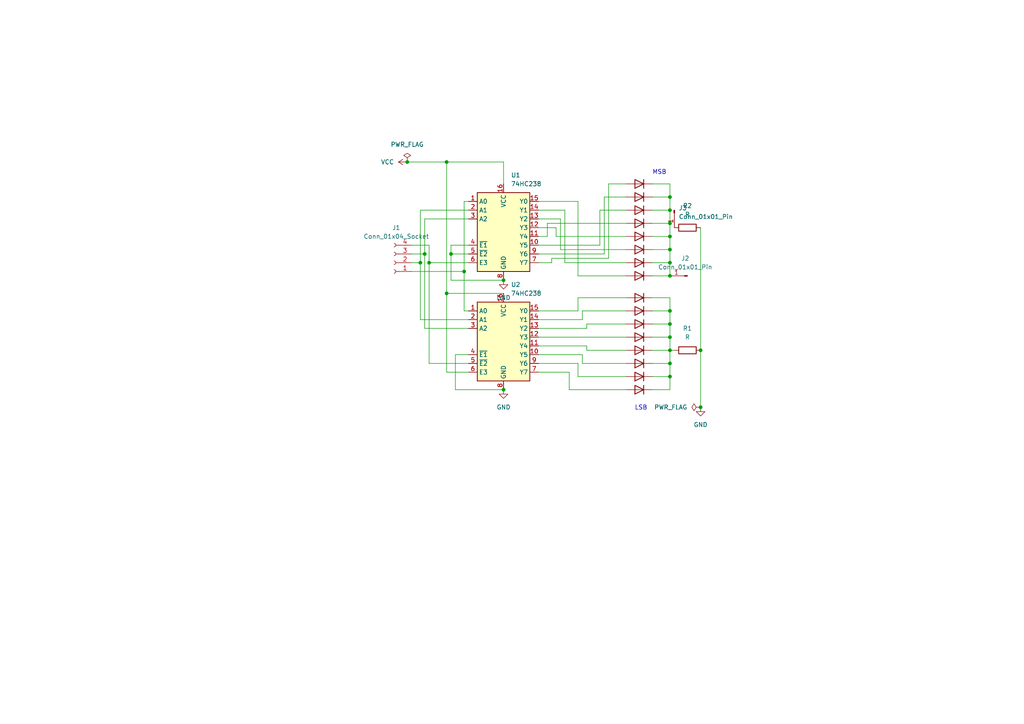
<source format=kicad_sch>
(kicad_sch (version 20250114) (generator "eeschema") (generator_version "9.0")
  (paper "A4")
  (lib_symbols
    (symbol "74xx:74HC238"
      (property "Reference" "U" (at -7.62 13.97 0))
      (property "Value" "74HC238" (at 2.54 -11.43 0))
      (symbol "74HC238_0_1"
        (rectangle (start -7.62 12.7) (end 7.62 -10.16) (stroke (width 0.254)) (fill (type background)))
      )
      (symbol "74HC238_1_1"
        (pin input line (at -10.16 10.16 0) (length 2.54) (name "A0") (number "1"))
        (pin input line (at -10.16 7.62 0) (length 2.54) (name "A1") (number "2"))
        (pin input line (at -10.16 5.08 0) (length 2.54) (name "A2") (number "3"))
        (pin input line (at -10.16 -2.54 0) (length 2.54) (name "~{E1}") (number "4"))
        (pin input line (at -10.16 -5.08 0) (length 2.54) (name "~{E2}") (number "5"))
        (pin input line (at -10.16 -7.62 0) (length 2.54) (name "E3") (number "6"))
        (pin power_in line (at 0 15.24 270) (length 2.54) (name "VCC") (number "16"))
        (pin power_in line (at 0 -12.7 90) (length 2.54) (name "GND") (number "8"))
        (pin output line (at 10.16 10.16 180) (length 2.54) (name "Y0") (number "15"))
        (pin output line (at 10.16 7.62 180) (length 2.54) (name "Y1") (number "14"))
        (pin output line (at 10.16 5.08 180) (length 2.54) (name "Y2") (number "13"))
        (pin output line (at 10.16 2.54 180) (length 2.54) (name "Y3") (number "12"))
        (pin output line (at 10.16 0 180) (length 2.54) (name "Y4") (number "11"))
        (pin output line (at 10.16 -2.54 180) (length 2.54) (name "Y5") (number "10"))
        (pin output line (at 10.16 -5.08 180) (length 2.54) (name "Y6") (number "9"))
        (pin output line (at 10.16 -7.62 180) (length 2.54) (name "Y7") (number "7"))
      )
    )
    (symbol "Connector:Conn_01x01_Pin" (pin_names (offset 1.016) (hide yes))
      (property "Reference" "J" (at 0 2.54 0))
      (property "Value" "Conn_01x01_Pin" (at 0 -2.54 0))
      (symbol "Conn_01x01_Pin_1_1"
        (rectangle (start 0.8636 0.127) (end 0 -0.127) (stroke (width 0.1524)) (fill (type outline)))
        (polyline (pts (xy 1.27 0) (xy 0.8636 0)) (stroke (width 0.1524)))
        (pin passive line (at 5.08 0 180) (length 3.81) (name "Pin_1") (number "1"))
      )
    )
    (symbol "Connector:Conn_01x04_Socket" (pin_names (offset 1.016) (hide yes))
      (property "Reference" "J" (at 0 5.08 0))
      (property "Value" "Conn_01x04_Socket" (at 0 -7.62 0))
      (symbol "Conn_01x04_Socket_1_1"
        (polyline (pts (xy -1.27 2.54) (xy -0.508 2.54)) (stroke (width 0.1524)))
        (polyline (pts (xy -1.27 0) (xy -0.508 0)) (stroke (width 0.1524)))
        (polyline (pts (xy -1.27 -2.54) (xy -0.508 -2.54)) (stroke (width 0.1524)))
        (polyline (pts (xy -1.27 -5.08) (xy -0.508 -5.08)) (stroke (width 0.1524)))
        (arc (start 0 2.032) (mid -0.5058 2.54) (end 0 3.048) (stroke (width 0.1524)))
        (arc (start 0 -0.508) (mid -0.5058 0) (end 0 0.508) (stroke (width 0.1524)))
        (arc (start 0 -3.048) (mid -0.5058 -2.54) (end 0 -2.032) (stroke (width 0.1524)))
        (arc (start 0 -5.588) (mid -0.5058 -5.08) (end 0 -4.572) (stroke (width 0.1524)))
        (pin passive line (at -5.08 2.54 0) (length 3.81) (name "Pin_1") (number "1"))
        (pin passive line (at -5.08 0 0) (length 3.81) (name "Pin_2") (number "2"))
        (pin passive line (at -5.08 -2.54 0) (length 3.81) (name "Pin_3") (number "3"))
        (pin passive line (at -5.08 -5.08 0) (length 3.81) (name "Pin_4") (number "4"))
      )
    )
    (symbol "Device:R" (pin_numbers (hide yes)) (pin_names (offset 0))
      (property "Reference" "R" (at 2.032 0 90))
      (property "Value" "R" (at 0 0 90))
      (symbol "R_0_1"
        (rectangle (start -1.016 -2.54) (end 1.016 2.54) (stroke (width 0.254)))
      )
      (symbol "R_1_1"
        (pin passive line (at 0 3.81 270) (length 1.27) (name "~") (number "1"))
        (pin passive line (at 0 -3.81 90) (length 1.27) (name "~") (number "2"))
      )
    )
    (symbol "Diode:1N4148WT" (pin_numbers (hide yes)) (pin_names (hide yes))
      (property "Reference" "D" (at 0 2.54 0))
      (property "Value" "1N4148WT" (at 0 -2.54 0))
      (symbol "1N4148WT_0_1"
        (polyline (pts (xy -1.27 1.27) (xy -1.27 -1.27)) (stroke (width 0.254)))
        (polyline (pts (xy 1.27 1.27) (xy 1.27 -1.27) (xy -1.27 0) (xy 1.27 1.27)) (stroke (width 0.254)))
        (polyline (pts (xy 1.27 0) (xy -1.27 0)))
      )
      (symbol "1N4148WT_1_1"
        (pin passive line (at -3.81 0 0) (length 2.54) (name "K") (number "1"))
        (pin passive line (at 3.81 0 180) (length 2.54) (name "A") (number "2"))
      )
    )
    (symbol "power:GND" (power) (pin_numbers (hide yes)) (pin_names (offset 0) (hide yes))
      (property "Value" "GND" (at 0 -3.81 0))
      (symbol "GND_0_1"
        (polyline (pts (xy 0 0) (xy 0 -1.27) (xy 1.27 -1.27) (xy 0 -2.54) (xy -1.27 -1.27) (xy 0 -1.27)))
      )
      (symbol "GND_1_1"
        (pin power_in line (at 0 0 270) (length 0) (name "~") (number "1"))
      )
    )
    (symbol "power:PWR_FLAG" (power) (pin_numbers (hide yes)) (pin_names (offset 0) (hide yes))
      (property "Value" "PWR_FLAG" (at 0 3.81 0))
      (symbol "PWR_FLAG_0_0"
        (pin power_out line (at 0 0 90) (length 0) (name "~") (number "1"))
      )
      (symbol "PWR_FLAG_0_1"
        (polyline (pts (xy 0 0) (xy 0 1.27) (xy -1.016 1.905) (xy 0 2.54) (xy 1.016 1.905) (xy 0 1.27)))
      )
    )
    (symbol "power:VCC" (power) (pin_numbers (hide yes)) (pin_names (offset 0) (hide yes))
      (property "Value" "VCC" (at 0 3.556 0))
      (symbol "VCC_0_1"
        (polyline (pts (xy -0.762 1.27) (xy 0 2.54)))
        (polyline (pts (xy 0 2.54) (xy 0.762 1.27)))
        (polyline (pts (xy 0 0) (xy 0 2.54)))
      )
      (symbol "VCC_1_1"
        (pin power_in line (at 0 0 90) (length 0) (name "~") (number "1"))
      )
    )
  )
  (text "LSB" (at 185.928 118.364 0) (effects (font (size 1.27 1.27))))
  (text "MSB" (at 191.262 50.038 0) (effects (font (size 1.27 1.27))))
  (junction (at 194.31 109.22))
  (junction (at 194.31 60.96))
  (junction (at 194.31 68.58))
  (junction (at 129.54 85.09))
  (junction (at 194.31 72.39))
  (junction (at 194.31 64.77))
  (junction (at 146.05 113.03))
  (junction (at 194.31 105.41))
  (junction (at 194.31 57.15))
  (junction (at 194.31 101.6))
  (junction (at 123.19 73.66))
  (junction (at 118.11 46.99))
  (junction (at 194.31 80.01))
  (junction (at 124.46 76.2))
  (junction (at 129.54 46.99))
  (junction (at 203.2 101.6))
  (junction (at 134.62 78.74))
  (junction (at 194.31 90.17))
  (junction (at 146.05 81.28))
  (junction (at 130.81 73.66))
  (junction (at 194.31 93.98))
  (junction (at 121.92 76.2))
  (junction (at 194.31 97.79))
  (junction (at 194.31 76.2))
  (junction (at 203.2 118.11))
  (wire (pts (xy 156.21 97.79) (xy 181.61 97.79)))
  (wire (pts (xy 194.31 68.58) (xy 194.31 72.39)))
  (wire (pts (xy 168.91 90.17) (xy 181.61 90.17)))
  (wire (pts (xy 194.31 93.98) (xy 194.31 97.79)))
  (wire (pts (xy 134.62 58.42) (xy 135.89 58.42)))
  (wire (pts (xy 156.21 92.71) (xy 168.91 92.71)))
  (wire (pts (xy 156.21 63.5) (xy 162.56 63.5)))
  (wire (pts (xy 189.23 86.36) (xy 194.31 86.36)))
  (wire (pts (xy 132.08 102.87) (xy 132.08 113.03)))
  (wire (pts (xy 135.89 95.25) (xy 123.19 95.25)))
  (wire (pts (xy 156.21 107.95) (xy 165.1 107.95)))
  (wire (pts (xy 130.81 71.12) (xy 130.81 73.66)))
  (wire (pts (xy 134.62 90.17) (xy 134.62 78.74)))
  (wire (pts (xy 130.81 73.66) (xy 135.89 73.66)))
  (wire (pts (xy 189.23 90.17) (xy 194.31 90.17)))
  (wire (pts (xy 158.75 68.58) (xy 158.75 64.77)))
  (wire (pts (xy 189.23 68.58) (xy 194.31 68.58)))
  (wire (pts (xy 119.38 73.66) (xy 123.19 73.66)))
  (wire (pts (xy 163.83 76.2) (xy 181.61 76.2)))
  (wire (pts (xy 194.31 97.79) (xy 194.31 101.6)))
  (wire (pts (xy 167.64 58.42) (xy 167.64 80.01)))
  (wire (pts (xy 173.99 71.12) (xy 173.99 60.96)))
  (wire (pts (xy 161.29 68.58) (xy 181.61 68.58)))
  (wire (pts (xy 135.89 71.12) (xy 130.81 71.12)))
  (wire (pts (xy 194.31 64.77) (xy 194.31 68.58)))
  (wire (pts (xy 156.21 58.42) (xy 167.64 58.42)))
  (wire (pts (xy 176.53 53.34) (xy 181.61 53.34)))
  (wire (pts (xy 189.23 60.96) (xy 194.31 60.96)))
  (wire (pts (xy 156.21 90.17) (xy 167.64 90.17)))
  (wire (pts (xy 129.54 46.99) (xy 146.05 46.99)))
  (wire (pts (xy 176.53 74.93) (xy 176.53 53.34)))
  (wire (pts (xy 135.89 90.17) (xy 134.62 90.17)))
  (wire (pts (xy 156.21 71.12) (xy 173.99 71.12)))
  (wire (pts (xy 194.31 105.41) (xy 194.31 109.22)))
  (wire (pts (xy 167.64 80.01) (xy 181.61 80.01)))
  (wire (pts (xy 189.23 105.41) (xy 194.31 105.41)))
  (wire (pts (xy 121.92 60.96) (xy 135.89 60.96)))
  (wire (pts (xy 156.21 95.25) (xy 170.18 95.25)))
  (wire (pts (xy 194.31 53.34) (xy 194.31 57.15)))
  (wire (pts (xy 124.46 105.41) (xy 124.46 76.2)))
  (wire (pts (xy 156.21 73.66) (xy 175.26 73.66)))
  (wire (pts (xy 156.21 102.87) (xy 168.91 102.87)))
  (wire (pts (xy 168.91 92.71) (xy 168.91 90.17)))
  (wire (pts (xy 132.08 113.03) (xy 146.05 113.03)))
  (wire (pts (xy 167.64 90.17) (xy 167.64 86.36)))
  (wire (pts (xy 130.81 73.66) (xy 130.81 81.28)))
  (wire (pts (xy 168.91 105.41) (xy 181.61 105.41)))
  (wire (pts (xy 156.21 100.33) (xy 170.18 100.33)))
  (wire (pts (xy 170.18 95.25) (xy 170.18 93.98)))
  (wire (pts (xy 189.23 97.79) (xy 194.31 97.79)))
  (wire (pts (xy 123.19 73.66) (xy 123.19 95.25)))
  (wire (pts (xy 194.31 109.22) (xy 194.31 113.03)))
  (wire (pts (xy 146.05 46.99) (xy 146.05 53.34)))
  (wire (pts (xy 189.23 53.34) (xy 194.31 53.34)))
  (wire (pts (xy 119.38 78.74) (xy 134.62 78.74)))
  (wire (pts (xy 160.02 76.2) (xy 160.02 74.93)))
  (wire (pts (xy 194.31 72.39) (xy 194.31 76.2)))
  (wire (pts (xy 129.54 85.09) (xy 146.05 85.09)))
  (wire (pts (xy 124.46 76.2) (xy 135.89 76.2)))
  (wire (pts (xy 129.54 85.09) (xy 129.54 46.99)))
  (wire (pts (xy 135.89 107.95) (xy 129.54 107.95)))
  (wire (pts (xy 160.02 74.93) (xy 176.53 74.93)))
  (wire (pts (xy 156.21 68.58) (xy 158.75 68.58)))
  (wire (pts (xy 189.23 80.01) (xy 194.31 80.01)))
  (wire (pts (xy 156.21 66.04) (xy 161.29 66.04)))
  (wire (pts (xy 135.89 92.71) (xy 121.92 92.71)))
  (wire (pts (xy 170.18 100.33) (xy 170.18 101.6)))
  (wire (pts (xy 130.81 81.28) (xy 146.05 81.28)))
  (wire (pts (xy 189.23 72.39) (xy 194.31 72.39)))
  (wire (pts (xy 119.38 76.2) (xy 121.92 76.2)))
  (wire (pts (xy 129.54 107.95) (xy 129.54 85.09)))
  (wire (pts (xy 194.31 101.6) (xy 195.58 101.6)))
  (wire (pts (xy 135.89 105.41) (xy 124.46 105.41)))
  (wire (pts (xy 189.23 93.98) (xy 194.31 93.98)))
  (wire (pts (xy 189.23 76.2) (xy 194.31 76.2)))
  (wire (pts (xy 194.31 90.17) (xy 194.31 93.98)))
  (wire (pts (xy 162.56 72.39) (xy 181.61 72.39)))
  (wire (pts (xy 121.92 92.71) (xy 121.92 76.2)))
  (wire (pts (xy 161.29 66.04) (xy 161.29 68.58)))
  (wire (pts (xy 194.31 86.36) (xy 194.31 90.17)))
  (wire (pts (xy 168.91 102.87) (xy 168.91 105.41)))
  (wire (pts (xy 194.31 101.6) (xy 194.31 105.41)))
  (wire (pts (xy 170.18 93.98) (xy 181.61 93.98)))
  (wire (pts (xy 189.23 57.15) (xy 194.31 57.15)))
  (wire (pts (xy 189.23 109.22) (xy 194.31 109.22)))
  (wire (pts (xy 118.11 46.99) (xy 129.54 46.99)))
  (wire (pts (xy 119.38 71.12) (xy 124.46 71.12)))
  (wire (pts (xy 189.23 113.03) (xy 194.31 113.03)))
  (wire (pts (xy 123.19 63.5) (xy 135.89 63.5)))
  (wire (pts (xy 167.64 86.36) (xy 181.61 86.36)))
  (wire (pts (xy 175.26 57.15) (xy 181.61 57.15)))
  (wire (pts (xy 165.1 113.03) (xy 181.61 113.03)))
  (wire (pts (xy 194.31 76.2) (xy 194.31 80.01)))
  (wire (pts (xy 135.89 102.87) (xy 132.08 102.87)))
  (wire (pts (xy 156.21 60.96) (xy 163.83 60.96)))
  (wire (pts (xy 189.23 101.6) (xy 194.31 101.6)))
  (wire (pts (xy 156.21 105.41) (xy 167.64 105.41)))
  (wire (pts (xy 162.56 63.5) (xy 162.56 72.39)))
  (wire (pts (xy 124.46 71.12) (xy 124.46 76.2)))
  (wire (pts (xy 203.2 66.04) (xy 203.2 101.6)))
  (wire (pts (xy 189.23 64.77) (xy 194.31 64.77)))
  (wire (pts (xy 170.18 101.6) (xy 181.61 101.6)))
  (wire (pts (xy 173.99 60.96) (xy 181.61 60.96)))
  (wire (pts (xy 156.21 76.2) (xy 160.02 76.2)))
  (wire (pts (xy 158.75 64.77) (xy 181.61 64.77)))
  (wire (pts (xy 121.92 76.2) (xy 121.92 60.96)))
  (wire (pts (xy 123.19 63.5) (xy 123.19 73.66)))
  (wire (pts (xy 167.64 105.41) (xy 167.64 109.22)))
  (wire (pts (xy 165.1 107.95) (xy 165.1 113.03)))
  (wire (pts (xy 194.31 60.96) (xy 194.31 64.77)))
  (wire (pts (xy 175.26 73.66) (xy 175.26 57.15)))
  (wire (pts (xy 194.31 57.15) (xy 194.31 60.96)))
  (wire (pts (xy 163.83 60.96) (xy 163.83 76.2)))
  (wire (pts (xy 167.64 109.22) (xy 181.61 109.22)))
  (wire (pts (xy 134.62 78.74) (xy 134.62 58.42)))
  (wire (pts (xy 203.2 101.6) (xy 203.2 118.11)))
  (symbol (lib_id "Diode:1N4148WT") (at 185.42 57.15 180) (unit 1)
    (property "Reference" "D2" (effects (hide yes)))
    (property "Value" "1N4148WT" (effects (hide yes)))
    (property "Footprint" "Diode_THT:D_DO-35_SOD27_P7.62mm_Horizontal" (effects (hide yes)))
    (property "Datasheet" "https://www.diodes.com/assets/Datasheets/ds30396.pdf" (effects (hide yes)))
    (property "Description" "75V 0.15A Fast switching Diode, SOD-523" (effects (hide yes)))
    (property "Sim.Device" "D" (effects (hide yes)))
    (property "Sim.Pins" "1=K 2=A" (effects (hide yes)))
  )
  (symbol (lib_id "Connector:Conn_01x04_Socket") (at 114.3 76.2 180) (unit 1)
    (property "Reference" "J1" (at 114.935 66.04 0))
    (property "Value" "Conn_01x04_Socket" (at 114.935 68.58 0))
    (property "Footprint" "Connector_PinSocket_2.54mm:PinSocket_1x04_P2.54mm_Vertical" (effects (hide yes)))
    (property "Description" "Generic connector, single row, 01x04, script generated" (effects (hide yes)))
  )
  (symbol (lib_id "Diode:1N4148WT") (at 185.42 72.39 180) (unit 1)
    (property "Reference" "D6" (effects (hide yes)))
    (property "Value" "1N4148WT" (effects (hide yes)))
    (property "Footprint" "Diode_THT:D_DO-35_SOD27_P7.62mm_Horizontal" (effects (hide yes)))
    (property "Datasheet" "https://www.diodes.com/assets/Datasheets/ds30396.pdf" (effects (hide yes)))
    (property "Description" "75V 0.15A Fast switching Diode, SOD-523" (effects (hide yes)))
    (property "Sim.Device" "D" (effects (hide yes)))
    (property "Sim.Pins" "1=K 2=A" (effects (hide yes)))
  )
  (symbol (lib_id "Device:R") (at 199.39 101.6 90) (unit 1)
    (property "Reference" "R1" (at 199.39 95.25 90))
    (property "Value" "R" (at 199.39 97.79 90))
    (property "Footprint" "Resistor_THT:R_Axial_DIN0204_L3.6mm_D1.6mm_P7.62mm_Horizontal" (effects (hide yes)))
    (property "Description" "Resistor" (effects (hide yes)))
  )
  (symbol (lib_id "74xx:74HC238") (at 146.05 68.58 0) (unit 1)
    (property "Reference" "U1" (at 148.1933 50.8 0) (effects (justify left)))
    (property "Value" "74HC238" (at 148.1933 53.34 0) (effects (justify left)))
    (property "Footprint" "Package_DIP:DIP-16_W7.62mm_LongPads" (effects (hide yes)))
    (property "Datasheet" "https://www.ti.com/lit/ds/symlink/cd74hc238.pdf" (effects (hide yes)))
    (property "Description" "3-to-8 line decoder/multiplexer, DIP-16/SOIC-16/SSOP-16" (effects (hide yes)))
  )
  (symbol (lib_id "Diode:1N4148WT") (at 185.42 64.77 180) (unit 1)
    (property "Reference" "D4" (effects (hide yes)))
    (property "Value" "1N4148WT" (effects (hide yes)))
    (property "Footprint" "Diode_THT:D_DO-35_SOD27_P7.62mm_Horizontal" (effects (hide yes)))
    (property "Datasheet" "https://www.diodes.com/assets/Datasheets/ds30396.pdf" (effects (hide yes)))
    (property "Description" "75V 0.15A Fast switching Diode, SOD-523" (effects (hide yes)))
    (property "Sim.Device" "D" (effects (hide yes)))
    (property "Sim.Pins" "1=K 2=A" (effects (hide yes)))
  )
  (symbol (lib_id "Diode:1N4148WT") (at 185.42 113.03 180) (unit 1)
    (property "Reference" "D16" (effects (hide yes)))
    (property "Value" "1N4148WT" (effects (hide yes)))
    (property "Footprint" "Diode_THT:D_DO-35_SOD27_P7.62mm_Horizontal" (effects (hide yes)))
    (property "Datasheet" "https://www.diodes.com/assets/Datasheets/ds30396.pdf" (effects (hide yes)))
    (property "Description" "75V 0.15A Fast switching Diode, SOD-523" (effects (hide yes)))
    (property "Sim.Device" "D" (effects (hide yes)))
    (property "Sim.Pins" "1=K 2=A" (effects (hide yes)))
  )
  (symbol (lib_id "Diode:1N4148WT") (at 185.42 60.96 180) (unit 1)
    (property "Reference" "D3" (effects (hide yes)))
    (property "Value" "1N4148WT" (effects (hide yes)))
    (property "Footprint" "Diode_THT:D_DO-35_SOD27_P7.62mm_Horizontal" (effects (hide yes)))
    (property "Datasheet" "https://www.diodes.com/assets/Datasheets/ds30396.pdf" (effects (hide yes)))
    (property "Description" "75V 0.15A Fast switching Diode, SOD-523" (effects (hide yes)))
    (property "Sim.Device" "D" (effects (hide yes)))
    (property "Sim.Pins" "1=K 2=A" (effects (hide yes)))
  )
  (symbol (lib_id "Diode:1N4148WT") (at 185.42 97.79 180) (unit 1)
    (property "Reference" "D12" (effects (hide yes)))
    (property "Value" "1N4148WT" (effects (hide yes)))
    (property "Footprint" "Diode_THT:D_DO-35_SOD27_P7.62mm_Horizontal" (effects (hide yes)))
    (property "Datasheet" "https://www.diodes.com/assets/Datasheets/ds30396.pdf" (effects (hide yes)))
    (property "Description" "75V 0.15A Fast switching Diode, SOD-523" (effects (hide yes)))
    (property "Sim.Device" "D" (effects (hide yes)))
    (property "Sim.Pins" "1=K 2=A" (effects (hide yes)))
  )
  (symbol (lib_id "power:PWR_FLAG") (at 118.11 46.99 0) (unit 1)
    (property "Reference" "#FLG01" (effects (hide yes)))
    (property "Value" "PWR_FLAG" (at 118.11 41.91 0))
    (property "Description" "Special symbol for telling ERC where power comes from" (effects (hide yes)))
  )
  (symbol (lib_id "Diode:1N4148WT") (at 185.42 93.98 180) (unit 1)
    (property "Reference" "D11" (effects (hide yes)))
    (property "Value" "1N4148WT" (effects (hide yes)))
    (property "Footprint" "Diode_THT:D_DO-35_SOD27_P7.62mm_Horizontal" (effects (hide yes)))
    (property "Datasheet" "https://www.diodes.com/assets/Datasheets/ds30396.pdf" (effects (hide yes)))
    (property "Description" "75V 0.15A Fast switching Diode, SOD-523" (effects (hide yes)))
    (property "Sim.Device" "D" (effects (hide yes)))
    (property "Sim.Pins" "1=K 2=A" (effects (hide yes)))
  )
  (symbol (lib_id "power:GND") (at 146.05 113.03 0) (unit 1)
    (property "Reference" "#PWR03" (effects (hide yes)))
    (property "Value" "GND" (at 146.05 118.11 0))
    (property "Description" "Power symbol creates a global label with name \"GND\" , ground" (effects (hide yes)))
  )
  (symbol (lib_id "Diode:1N4148WT") (at 185.42 76.2 180) (unit 1)
    (property "Reference" "D7" (effects (hide yes)))
    (property "Value" "1N4148WT" (effects (hide yes)))
    (property "Footprint" "Diode_THT:D_DO-35_SOD27_P7.62mm_Horizontal" (effects (hide yes)))
    (property "Datasheet" "https://www.diodes.com/assets/Datasheets/ds30396.pdf" (effects (hide yes)))
    (property "Description" "75V 0.15A Fast switching Diode, SOD-523" (effects (hide yes)))
    (property "Sim.Device" "D" (effects (hide yes)))
    (property "Sim.Pins" "1=K 2=A" (effects (hide yes)))
  )
  (symbol (lib_id "power:GND") (at 146.05 81.28 0) (unit 1)
    (property "Reference" "#PWR02" (effects (hide yes)))
    (property "Value" "GND" (at 146.05 86.36 0))
    (property "Description" "Power symbol creates a global label with name \"GND\" , ground" (effects (hide yes)))
  )
  (symbol (lib_id "Diode:1N4148WT") (at 185.42 109.22 180) (unit 1)
    (property "Reference" "D15" (effects (hide yes)))
    (property "Value" "1N4148WT" (effects (hide yes)))
    (property "Footprint" "Diode_THT:D_DO-35_SOD27_P7.62mm_Horizontal" (effects (hide yes)))
    (property "Datasheet" "https://www.diodes.com/assets/Datasheets/ds30396.pdf" (effects (hide yes)))
    (property "Description" "75V 0.15A Fast switching Diode, SOD-523" (effects (hide yes)))
    (property "Sim.Device" "D" (effects (hide yes)))
    (property "Sim.Pins" "1=K 2=A" (effects (hide yes)))
  )
  (symbol (lib_id "power:GND") (at 203.2 118.11 0) (unit 1)
    (property "Reference" "#PWR01" (effects (hide yes)))
    (property "Value" "GND" (at 203.2 123.19 0))
    (property "Description" "Power symbol creates a global label with name \"GND\" , ground" (effects (hide yes)))
  )
  (symbol (lib_id "Diode:1N4148WT") (at 185.42 90.17 180) (unit 1)
    (property "Reference" "D10" (effects (hide yes)))
    (property "Value" "1N4148WT" (effects (hide yes)))
    (property "Footprint" "Diode_THT:D_DO-35_SOD27_P7.62mm_Horizontal" (effects (hide yes)))
    (property "Datasheet" "https://www.diodes.com/assets/Datasheets/ds30396.pdf" (effects (hide yes)))
    (property "Description" "75V 0.15A Fast switching Diode, SOD-523" (effects (hide yes)))
    (property "Sim.Device" "D" (effects (hide yes)))
    (property "Sim.Pins" "1=K 2=A" (effects (hide yes)))
  )
  (symbol (lib_id "power:VCC") (at 118.11 46.99 90) (unit 1)
    (property "Reference" "#PWR04" (effects (hide yes)))
    (property "Value" "VCC" (at 114.3 46.9899 90) (effects (justify left)))
    (property "Description" "Power symbol creates a global label with name \"VCC\"" (effects (hide yes)))
  )
  (symbol (lib_id "Connector:Conn_01x01_Pin") (at 199.39 80.01 180) (unit 1)
    (property "Reference" "J2" (at 198.755 74.93 0))
    (property "Value" "Conn_01x01_Pin" (at 198.755 77.47 0))
    (property "Footprint" "Connector_PinHeader_2.54mm:PinHeader_1x01_P2.54mm_Vertical" (effects (hide yes)))
    (property "Description" "Generic connector, single row, 01x01, script generated" (effects (hide yes)))
  )
  (symbol (lib_id "Diode:1N4148WT") (at 185.42 105.41 180) (unit 1)
    (property "Reference" "D14" (effects (hide yes)))
    (property "Value" "1N4148WT" (effects (hide yes)))
    (property "Footprint" "Diode_THT:D_DO-35_SOD27_P7.62mm_Horizontal" (effects (hide yes)))
    (property "Datasheet" "https://www.diodes.com/assets/Datasheets/ds30396.pdf" (effects (hide yes)))
    (property "Description" "75V 0.15A Fast switching Diode, SOD-523" (effects (hide yes)))
    (property "Sim.Device" "D" (effects (hide yes)))
    (property "Sim.Pins" "1=K 2=A" (effects (hide yes)))
  )
  (symbol (lib_id "Connector:Conn_01x01_Pin") (at 195.58 60.96 270) (unit 1)
    (property "Reference" "J3" (at 196.85 60.3249 90) (effects (justify left)))
    (property "Value" "Conn_01x01_Pin" (at 196.85 62.8649 90) (effects (justify left)))
    (property "Footprint" "Connector_PinHeader_2.54mm:PinHeader_1x01_P2.54mm_Vertical" (effects (hide yes)))
    (property "Description" "Generic connector, single row, 01x01, script generated" (effects (hide yes)))
  )
  (symbol (lib_id "Diode:1N4148WT") (at 185.42 80.01 180) (unit 1)
    (property "Reference" "D8" (effects (hide yes)))
    (property "Value" "1N4148WT" (effects (hide yes)))
    (property "Footprint" "Diode_THT:D_DO-35_SOD27_P7.62mm_Horizontal" (effects (hide yes)))
    (property "Datasheet" "https://www.diodes.com/assets/Datasheets/ds30396.pdf" (effects (hide yes)))
    (property "Description" "75V 0.15A Fast switching Diode, SOD-523" (effects (hide yes)))
    (property "Sim.Device" "D" (effects (hide yes)))
    (property "Sim.Pins" "1=K 2=A" (effects (hide yes)))
  )
  (symbol (lib_id "Device:R") (at 199.39 66.04 90) (unit 1)
    (property "Reference" "R2" (at 199.39 59.69 90))
    (property "Value" "R" (at 199.39 62.23 90))
    (property "Footprint" "Resistor_THT:R_Axial_DIN0204_L3.6mm_D1.6mm_P7.62mm_Horizontal" (effects (hide yes)))
    (property "Description" "Resistor" (effects (hide yes)))
  )
  (symbol (lib_id "74xx:74HC238") (at 146.05 100.33 0) (unit 1)
    (property "Reference" "U2" (at 148.1933 82.55 0) (effects (justify left)))
    (property "Value" "74HC238" (at 148.1933 85.09 0) (effects (justify left)))
    (property "Footprint" "Package_DIP:DIP-16_W7.62mm_LongPads" (effects (hide yes)))
    (property "Datasheet" "https://www.ti.com/lit/ds/symlink/cd74hc238.pdf" (effects (hide yes)))
    (property "Description" "3-to-8 line decoder/multiplexer, DIP-16/SOIC-16/SSOP-16" (effects (hide yes)))
  )
  (symbol (lib_id "Diode:1N4148WT") (at 185.42 53.34 180) (unit 1)
    (property "Reference" "D1" (effects (hide yes)))
    (property "Value" "1N4148WT" (effects (hide yes)))
    (property "Footprint" "Diode_THT:D_DO-35_SOD27_P7.62mm_Horizontal" (effects (hide yes)))
    (property "Datasheet" "https://www.diodes.com/assets/Datasheets/ds30396.pdf" (effects (hide yes)))
    (property "Description" "75V 0.15A Fast switching Diode, SOD-523" (effects (hide yes)))
    (property "Sim.Device" "D" (effects (hide yes)))
    (property "Sim.Pins" "1=K 2=A" (effects (hide yes)))
  )
  (symbol (lib_id "power:PWR_FLAG") (at 203.2 118.11 90) (unit 1)
    (property "Reference" "#FLG03" (effects (hide yes)))
    (property "Value" "PWR_FLAG" (at 199.39 118.1099 90) (effects (justify left)))
    (property "Description" "Special symbol for telling ERC where power comes from" (effects (hide yes)))
  )
  (symbol (lib_id "Diode:1N4148WT") (at 185.42 101.6 180) (unit 1)
    (property "Reference" "D13" (effects (hide yes)))
    (property "Value" "1N4148WT" (effects (hide yes)))
    (property "Footprint" "Diode_THT:D_DO-35_SOD27_P7.62mm_Horizontal" (effects (hide yes)))
    (property "Datasheet" "https://www.diodes.com/assets/Datasheets/ds30396.pdf" (effects (hide yes)))
    (property "Description" "75V 0.15A Fast switching Diode, SOD-523" (effects (hide yes)))
    (property "Sim.Device" "D" (effects (hide yes)))
    (property "Sim.Pins" "1=K 2=A" (effects (hide yes)))
  )
  (symbol (lib_id "Diode:1N4148WT") (at 185.42 86.36 180) (unit 1)
    (property "Reference" "D9" (effects (hide yes)))
    (property "Value" "1N4148WT" (effects (hide yes)))
    (property "Footprint" "Diode_THT:D_DO-35_SOD27_P7.62mm_Horizontal" (effects (hide yes)))
    (property "Datasheet" "https://www.diodes.com/assets/Datasheets/ds30396.pdf" (effects (hide yes)))
    (property "Description" "75V 0.15A Fast switching Diode, SOD-523" (effects (hide yes)))
    (property "Sim.Device" "D" (effects (hide yes)))
    (property "Sim.Pins" "1=K 2=A" (effects (hide yes)))
  )
  (symbol (lib_id "Diode:1N4148WT") (at 185.42 68.58 180) (unit 1)
    (property "Reference" "D5" (effects (hide yes)))
    (property "Value" "1N4148WT" (effects (hide yes)))
    (property "Footprint" "Diode_THT:D_DO-35_SOD27_P7.62mm_Horizontal" (effects (hide yes)))
    (property "Datasheet" "https://www.diodes.com/assets/Datasheets/ds30396.pdf" (effects (hide yes)))
    (property "Description" "75V 0.15A Fast switching Diode, SOD-523" (effects (hide yes)))
    (property "Sim.Device" "D" (effects (hide yes)))
    (property "Sim.Pins" "1=K 2=A" (effects (hide yes)))
  )
)
</source>
